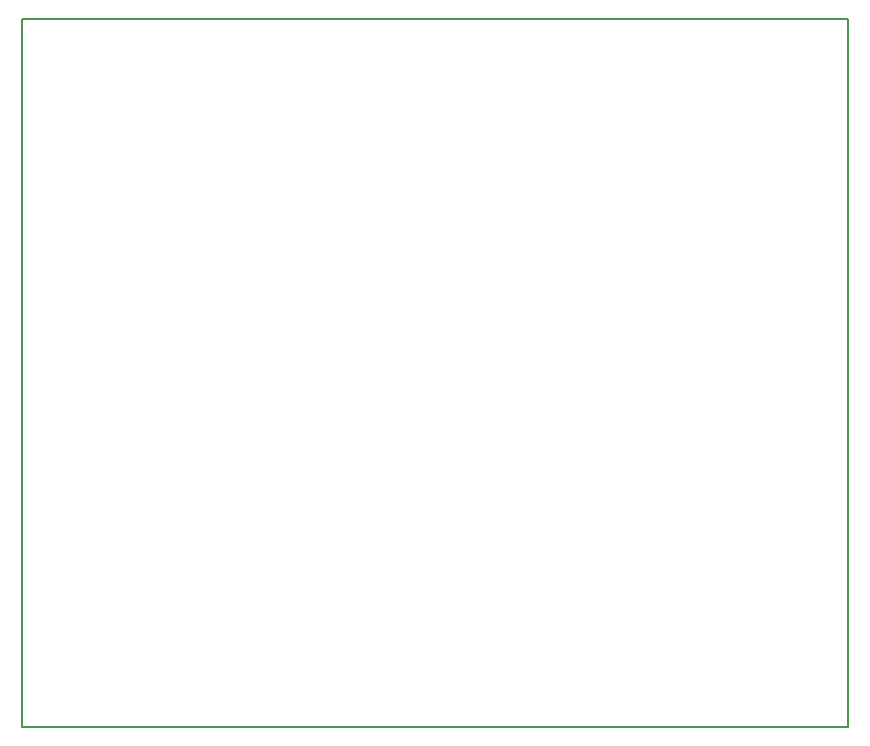
<source format=gbr>
G04 (created by PCBNEW (2013-jul-07)-stable) date dom 09 oct 2016 17:34:17 ART*
%MOIN*%
G04 Gerber Fmt 3.4, Leading zero omitted, Abs format*
%FSLAX34Y34*%
G01*
G70*
G90*
G04 APERTURE LIST*
%ADD10C,0.00590551*%
G04 APERTURE END LIST*
G54D10*
X27559Y-70866D02*
X27559Y-47244D01*
X55118Y-70866D02*
X27559Y-70866D01*
X55118Y-47244D02*
X55118Y-70866D01*
X27559Y-47244D02*
X55118Y-47244D01*
M02*

</source>
